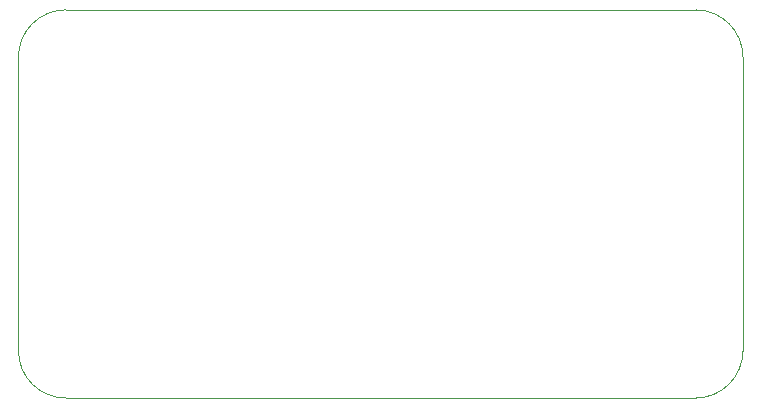
<source format=gbr>
%TF.GenerationSoftware,KiCad,Pcbnew,(5.1.6)-1*%
%TF.CreationDate,2020-06-17T00:43:54+01:00*%
%TF.ProjectId,peltier_driver_pcb,70656c74-6965-4725-9f64-72697665725f,rev?*%
%TF.SameCoordinates,Original*%
%TF.FileFunction,Profile,NP*%
%FSLAX46Y46*%
G04 Gerber Fmt 4.6, Leading zero omitted, Abs format (unit mm)*
G04 Created by KiCad (PCBNEW (5.1.6)-1) date 2020-06-17 00:43:54*
%MOMM*%
%LPD*%
G01*
G04 APERTURE LIST*
%TA.AperFunction,Profile*%
%ADD10C,0.050000*%
%TD*%
G04 APERTURE END LIST*
D10*
X105960000Y-57640000D02*
X105960000Y-82500000D01*
X109960000Y-53640000D02*
X163300000Y-53640000D01*
X167300000Y-82500000D02*
X167300000Y-57640000D01*
X109960000Y-86500000D02*
X163300000Y-86500000D01*
X109960000Y-86500000D02*
G75*
G02*
X105960000Y-82500000I0J4000000D01*
G01*
X167300000Y-82500000D02*
G75*
G02*
X163300000Y-86500000I-4000000J0D01*
G01*
X163300000Y-53640000D02*
G75*
G02*
X167300000Y-57640000I0J-4000000D01*
G01*
X105960000Y-57640000D02*
G75*
G02*
X109960000Y-53640000I4000000J0D01*
G01*
M02*

</source>
